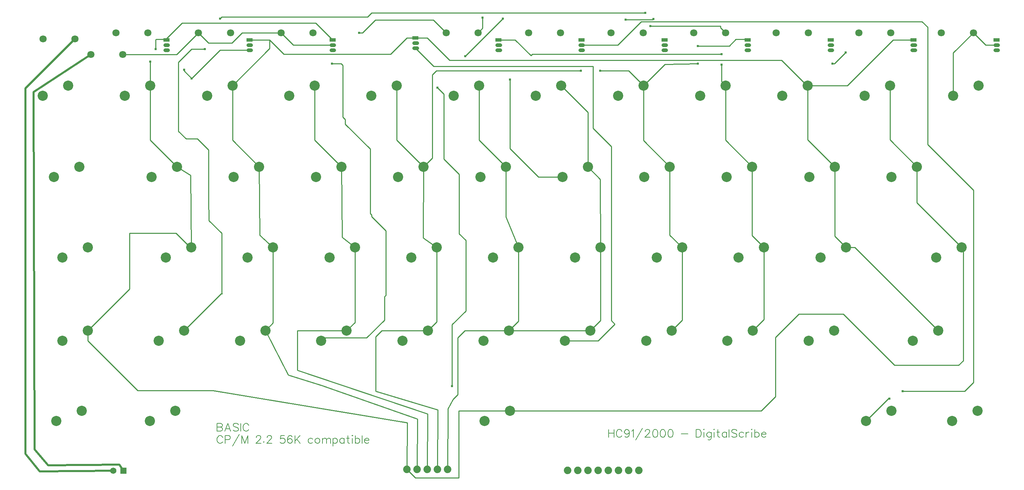
<source format=gtl>
G04 Layer: TopLayer*
G04 EasyEDA v6.4.5, 2020-09-13T21:27:01+03:00*
G04 63316e0368094ceea4197b1f53c500b6,10*
G04 Gerber Generator version 0.2*
G04 Scale: 100 percent, Rotated: No, Reflected: No *
G04 Dimensions in millimeters *
G04 leading zeros omitted , absolute positions ,3 integer and 3 decimal *
%FSLAX33Y33*%
%MOMM*%
G90*
G71D02*

%ADD10C,0.254000*%
%ADD11C,0.499999*%
%ADD12C,0.203200*%
%ADD13C,0.609600*%
%ADD14C,2.540000*%
%ADD15C,1.879600*%
%ADD16R,1.574800X1.574800*%
%ADD17C,1.574800*%
%ADD18R,1.599997X0.899998*%
%ADD19C,1.799996*%
%ADD20C,0.899998*%

%LPD*%
G54D10*
G01X205232Y106680D02*
G01X205740Y106680D01*
G01X208534Y109474D01*
G01X108725Y114427D02*
G01X105550Y117602D01*
G01X91059Y117602D01*
G01X87884Y114427D01*
G01X86995Y114427D01*
G01X158013Y101219D02*
G01X163347Y106553D01*
G01X171577Y106680D01*
G01X184023Y112648D02*
G01X183895Y112776D01*
G01X181102Y112776D01*
G01X179451Y111125D01*
G01X171577Y111125D01*
G01X116725Y114427D02*
G01X117856Y115557D01*
G01X117856Y118237D01*
G54D11*
G01X28194Y4826D02*
G01X27178Y6350D01*
G01X9398Y6223D01*
G01X5969Y10160D01*
G01X5715Y99568D01*
G01X20002Y108966D01*
G54D10*
G01X237489Y60706D02*
G01X237871Y60324D01*
G01X237871Y32385D01*
G01X236728Y31242D01*
G01X220726Y31242D01*
G01X207899Y44069D01*
G01X196850Y44069D01*
G01X191008Y38227D01*
G01X191008Y23368D01*
G01X187452Y19812D01*
G01X124714Y19812D01*
G01X19304Y39878D02*
G01X19304Y37338D01*
G01X31750Y24892D01*
G01X50546Y24892D01*
G01X99060Y16891D01*
G01X98933Y5207D01*
G01X63595Y39878D02*
G01X69342Y28829D01*
G01X77724Y26162D01*
G01X101600Y17780D01*
G01X101473Y5207D01*
G01X83883Y39878D02*
G01X71628Y39878D01*
G01X71628Y29972D01*
G01X104140Y19050D01*
G01X104013Y5207D01*
G01X104173Y39878D02*
G01X92710Y39878D01*
G01X91186Y38354D01*
G01X91186Y24765D01*
G01X106680Y20066D01*
G01X106553Y5207D01*
G01X124460Y39878D02*
G01X113411Y39878D01*
G01X111633Y38100D01*
G01X111633Y23876D01*
G01X110490Y22733D01*
G01X109220Y20320D01*
G01X109093Y5207D01*
G01X98933Y5207D02*
G01X101092Y3048D01*
G01X111887Y3048D01*
G01X111887Y19812D01*
G01X124714Y19812D01*
G54D11*
G01X16065Y112903D02*
G01X3683Y100520D01*
G01X3683Y9072D01*
G01X7239Y4699D01*
G01X25654Y4826D01*
G54D10*
G01X38938Y112648D02*
G01X38811Y112776D01*
G01X36322Y112776D01*
G01X36195Y112649D01*
G01X36195Y110363D01*
G01X124714Y102723D02*
G01X124714Y85471D01*
G01X131826Y78359D01*
G01X137837Y78359D01*
G01X106553Y100711D02*
G01X108204Y99060D01*
G01X108204Y82804D01*
G01X112014Y78994D01*
G01X112014Y64135D01*
G01X113665Y62484D01*
G01X113665Y44831D01*
G01X110236Y41402D01*
G01X110236Y26035D01*
G01X122936Y117983D02*
G01X113538Y108585D01*
G01X113538Y108458D01*
G01X178562Y114427D02*
G01X177292Y115697D01*
G01X177292Y116078D01*
G01X159698Y116078D01*
G01X52324Y117983D02*
G01X52705Y118364D01*
G01X89154Y118364D01*
G01X90170Y119380D01*
G01X158496Y119380D01*
G01X43307Y39878D02*
G01X52578Y49149D01*
G01X52832Y49149D01*
G01X52705Y49276D01*
G01X52705Y64262D01*
G01X49530Y67437D01*
G01X49530Y70104D01*
G01X49403Y70231D01*
G01X49403Y85090D01*
G01X46609Y87884D01*
G01X43815Y87884D01*
G01X41910Y89789D01*
G01X41910Y107061D01*
G01X45212Y110363D01*
G01X48514Y110363D01*
G01X77533Y37338D02*
G01X78295Y38100D01*
G01X88900Y38100D01*
G01X93345Y42545D01*
G01X93345Y48387D01*
G01X93726Y48768D01*
G01X93726Y64897D01*
G01X90170Y68453D01*
G01X90170Y68834D01*
G01X89789Y69215D01*
G01X89789Y85344D01*
G01X83566Y91567D01*
G01X83566Y92710D01*
G01X82931Y93345D01*
G01X82931Y106299D01*
G01X82550Y106680D01*
G01X80264Y106680D01*
G01X160528Y117856D02*
G01X160401Y117729D01*
G01X153543Y117729D01*
G01X158013Y101219D02*
G01X154330Y104902D01*
G01X147066Y104902D01*
G01X103124Y80899D02*
G01X105283Y83058D01*
G01X105283Y103886D01*
G01X106299Y104902D01*
G01X142367Y104902D01*
G01X213614Y17272D02*
G01X219202Y22860D01*
G01X219456Y22860D01*
G01X142570Y111379D02*
G01X151638Y111379D01*
G01X157480Y117221D01*
G01X227584Y117221D01*
G01X228981Y115824D01*
G01X228981Y86487D01*
G01X240411Y75057D01*
G01X240411Y26924D01*
G01X238252Y24765D01*
G01X222758Y24765D01*
G01X178536Y101219D02*
G01X177546Y102209D01*
G01X177546Y106426D01*
G01X121843Y112649D02*
G01X125984Y112649D01*
G01X129921Y108712D01*
G01X130302Y109093D01*
G01X177546Y109093D01*
G01X101092Y113157D02*
G01X104013Y113157D01*
G01X109601Y107569D01*
G01X192532Y107569D01*
G01X198882Y101219D01*
G01X199059Y101219D01*
G01X225475Y112648D02*
G01X220344Y112648D01*
G01X208915Y101219D01*
G01X199059Y101219D01*
G01X240397Y114427D02*
G01X243445Y111378D01*
G01X246202Y111378D01*
G01X240397Y114427D02*
G01X235331Y109360D01*
G01X235331Y98679D01*
G01X138398Y37338D02*
G01X146685Y37338D01*
G01X150876Y41529D01*
G01X149987Y42418D01*
G01X149987Y85979D01*
G01X145415Y90551D01*
G01X145415Y106045D01*
G01X105664Y106045D01*
G01X101092Y110617D01*
G01X46888Y114427D02*
G01X49428Y111887D01*
G01X55245Y111887D01*
G01X57785Y114427D01*
G01X67501Y114427D01*
G01X67501Y114427D02*
G01X70549Y111379D01*
G01X80391Y111379D01*
G01X55397Y101219D02*
G01X64643Y110464D01*
G01X64643Y112648D01*
G01X59664Y112648D02*
G01X64643Y112648D01*
G01X68199Y109093D01*
G01X94869Y109093D01*
G01X98933Y113157D01*
G01X101092Y113157D01*
G01X38938Y112648D02*
G01X38938Y112979D01*
G01X42799Y116840D01*
G01X76200Y116840D01*
G01X80391Y112649D01*
G01X45212Y102997D02*
G01X52323Y110108D01*
G01X59664Y110108D01*
G01X43307Y105156D02*
G01X43307Y104902D01*
G01X45212Y102997D01*
G01X34874Y101219D02*
G01X34874Y107315D01*
G01X28002Y108966D02*
G01X41427Y108966D01*
G01X46888Y114427D01*
G01X41529Y80899D02*
G01X44958Y78740D01*
G01X45085Y60706D01*
G01X62060Y80899D02*
G01X62230Y63754D01*
G01X65517Y60706D01*
G01X82592Y80899D02*
G01X82804Y63246D01*
G01X85950Y60706D01*
G01X103124Y80899D02*
G01X102997Y63119D01*
G01X106382Y60706D01*
G01X147249Y60706D02*
G01X147193Y77724D01*
G01X144187Y80899D01*
G01X123655Y80899D02*
G01X123655Y68312D01*
G01X126816Y60706D01*
G01X226314Y80899D02*
G01X226314Y71881D01*
G01X237489Y60706D01*
G01X219583Y101219D02*
G01X219583Y87630D01*
G01X226314Y80899D01*
G01X208548Y60706D02*
G01X210820Y60706D01*
G01X231648Y39878D01*
G01X205782Y80899D02*
G01X205782Y63471D01*
G01X208548Y60706D01*
G01X199059Y101219D02*
G01X199059Y87621D01*
G01X205782Y80899D01*
G01X188115Y60706D02*
G01X188115Y42668D01*
G01X185324Y39878D01*
G01X185166Y80899D02*
G01X185166Y63655D01*
G01X188115Y60706D01*
G01X178536Y101219D02*
G01X178536Y87528D01*
G01X185166Y80899D01*
G01X167682Y60706D02*
G01X167682Y42523D01*
G01X165036Y39878D01*
G01X164591Y80899D02*
G01X164591Y63796D01*
G01X167682Y60706D01*
G01X158013Y101219D02*
G01X158013Y87477D01*
G01X164591Y80899D01*
G01X144187Y80899D02*
G01X144187Y94521D01*
G01X137490Y101219D01*
G01X144748Y39878D02*
G01X147249Y42379D01*
G01X147249Y60706D01*
G01X124460Y39878D02*
G01X144748Y39878D01*
G01X126816Y60706D02*
G01X126816Y42234D01*
G01X124460Y39878D01*
G01X116967Y101219D02*
G01X116967Y87587D01*
G01X123655Y80899D01*
G01X106383Y60706D02*
G01X106383Y42089D01*
G01X104171Y39878D01*
G01X96443Y101219D02*
G01X96443Y87579D01*
G01X103124Y80899D01*
G01X85950Y60706D02*
G01X85950Y41945D01*
G01X83883Y39878D01*
G01X75920Y101219D02*
G01X75920Y87570D01*
G01X82592Y80899D01*
G01X65517Y60706D02*
G01X65517Y41800D01*
G01X63595Y39878D01*
G01X55397Y101219D02*
G01X55397Y87562D01*
G01X62060Y80899D01*
G01X45085Y60706D02*
G01X44831Y60706D01*
G01X41275Y64262D01*
G01X29718Y64262D01*
G01X29718Y50292D01*
G01X19304Y39878D01*
G01X34874Y101219D02*
G01X34874Y87553D01*
G01X41529Y80899D01*
G54D12*
G01X51562Y16654D02*
G01X51562Y14716D01*
G01X51562Y16654D02*
G01X52392Y16654D01*
G01X52669Y16563D01*
G01X52763Y16471D01*
G01X52854Y16286D01*
G01X52854Y16101D01*
G01X52763Y15915D01*
G01X52669Y15824D01*
G01X52392Y15732D01*
G01X51562Y15732D02*
G01X52392Y15732D01*
G01X52669Y15638D01*
G01X52763Y15547D01*
G01X52854Y15361D01*
G01X52854Y15085D01*
G01X52763Y14899D01*
G01X52669Y14808D01*
G01X52392Y14716D01*
G01X51562Y14716D01*
G01X54203Y16654D02*
G01X53464Y14716D01*
G01X54203Y16654D02*
G01X54942Y14716D01*
G01X53741Y15361D02*
G01X54665Y15361D01*
G01X56845Y16377D02*
G01X56659Y16563D01*
G01X56382Y16654D01*
G01X56014Y16654D01*
G01X55737Y16563D01*
G01X55552Y16377D01*
G01X55552Y16192D01*
G01X55643Y16009D01*
G01X55737Y15915D01*
G01X55920Y15824D01*
G01X56476Y15638D01*
G01X56659Y15547D01*
G01X56753Y15455D01*
G01X56845Y15270D01*
G01X56845Y14993D01*
G01X56659Y14808D01*
G01X56382Y14716D01*
G01X56014Y14716D01*
G01X55737Y14808D01*
G01X55552Y14993D01*
G01X57454Y16654D02*
G01X57454Y14716D01*
G01X59448Y16192D02*
G01X59357Y16377D01*
G01X59171Y16563D01*
G01X58988Y16654D01*
G01X58618Y16654D01*
G01X58432Y16563D01*
G01X58249Y16377D01*
G01X58155Y16192D01*
G01X58064Y15915D01*
G01X58064Y15455D01*
G01X58155Y15176D01*
G01X58249Y14993D01*
G01X58432Y14808D01*
G01X58618Y14716D01*
G01X58988Y14716D01*
G01X59171Y14808D01*
G01X59357Y14993D01*
G01X59448Y15176D01*
G01X52946Y13144D02*
G01X52854Y13329D01*
G01X52669Y13515D01*
G01X52486Y13606D01*
G01X52115Y13606D01*
G01X51930Y13515D01*
G01X51747Y13329D01*
G01X51653Y13144D01*
G01X51562Y12867D01*
G01X51562Y12407D01*
G01X51653Y12128D01*
G01X51747Y11945D01*
G01X51930Y11760D01*
G01X52115Y11668D01*
G01X52486Y11668D01*
G01X52669Y11760D01*
G01X52854Y11945D01*
G01X52946Y12128D01*
G01X53555Y13606D02*
G01X53555Y11668D01*
G01X53555Y13606D02*
G01X54389Y13606D01*
G01X54665Y13515D01*
G01X54757Y13423D01*
G01X54851Y13238D01*
G01X54851Y12961D01*
G01X54757Y12776D01*
G01X54665Y12684D01*
G01X54389Y12590D01*
G01X53555Y12590D01*
G01X57122Y13977D02*
G01X55460Y11021D01*
G01X57731Y13606D02*
G01X57731Y11668D01*
G01X57731Y13606D02*
G01X58470Y11668D01*
G01X59209Y13606D02*
G01X58470Y11668D01*
G01X59209Y13606D02*
G01X59209Y11668D01*
G01X61333Y13144D02*
G01X61333Y13238D01*
G01X61427Y13423D01*
G01X61518Y13515D01*
G01X61704Y13606D01*
G01X62072Y13606D01*
G01X62257Y13515D01*
G01X62349Y13423D01*
G01X62443Y13238D01*
G01X62443Y13053D01*
G01X62349Y12867D01*
G01X62166Y12590D01*
G01X61241Y11668D01*
G01X62534Y11668D01*
G01X63235Y12128D02*
G01X63144Y12037D01*
G01X63235Y11945D01*
G01X63329Y12037D01*
G01X63235Y12128D01*
G01X64030Y13144D02*
G01X64030Y13238D01*
G01X64122Y13423D01*
G01X64216Y13515D01*
G01X64401Y13606D01*
G01X64770Y13606D01*
G01X64955Y13515D01*
G01X65046Y13423D01*
G01X65138Y13238D01*
G01X65138Y13053D01*
G01X65046Y12867D01*
G01X64861Y12590D01*
G01X63939Y11668D01*
G01X65232Y11668D01*
G01X68371Y13606D02*
G01X67449Y13606D01*
G01X67355Y12776D01*
G01X67449Y12867D01*
G01X67726Y12961D01*
G01X68003Y12961D01*
G01X68280Y12867D01*
G01X68465Y12684D01*
G01X68557Y12407D01*
G01X68557Y12222D01*
G01X68465Y11945D01*
G01X68280Y11760D01*
G01X68003Y11668D01*
G01X67726Y11668D01*
G01X67449Y11760D01*
G01X67355Y11851D01*
G01X67264Y12037D01*
G01X70274Y13329D02*
G01X70182Y13515D01*
G01X69905Y13606D01*
G01X69720Y13606D01*
G01X69443Y13515D01*
G01X69258Y13238D01*
G01X69166Y12776D01*
G01X69166Y12313D01*
G01X69258Y11945D01*
G01X69443Y11760D01*
G01X69720Y11668D01*
G01X69811Y11668D01*
G01X70091Y11760D01*
G01X70274Y11945D01*
G01X70368Y12222D01*
G01X70368Y12313D01*
G01X70274Y12590D01*
G01X70091Y12776D01*
G01X69811Y12867D01*
G01X69720Y12867D01*
G01X69443Y12776D01*
G01X69258Y12590D01*
G01X69166Y12313D01*
G01X70977Y13606D02*
G01X70977Y11668D01*
G01X72270Y13606D02*
G01X70977Y12313D01*
G01X71437Y12776D02*
G01X72270Y11668D01*
G01X75410Y12684D02*
G01X75224Y12867D01*
G01X75041Y12961D01*
G01X74764Y12961D01*
G01X74579Y12867D01*
G01X74394Y12684D01*
G01X74302Y12407D01*
G01X74302Y12222D01*
G01X74394Y11945D01*
G01X74579Y11760D01*
G01X74764Y11668D01*
G01X75041Y11668D01*
G01X75224Y11760D01*
G01X75410Y11945D01*
G01X76481Y12961D02*
G01X76296Y12867D01*
G01X76111Y12684D01*
G01X76019Y12407D01*
G01X76019Y12222D01*
G01X76111Y11945D01*
G01X76296Y11760D01*
G01X76481Y11668D01*
G01X76758Y11668D01*
G01X76944Y11760D01*
G01X77127Y11945D01*
G01X77221Y12222D01*
G01X77221Y12407D01*
G01X77127Y12684D01*
G01X76944Y12867D01*
G01X76758Y12961D01*
G01X76481Y12961D01*
G01X77830Y12961D02*
G01X77830Y11668D01*
G01X77830Y12590D02*
G01X78107Y12867D01*
G01X78292Y12961D01*
G01X78569Y12961D01*
G01X78752Y12867D01*
G01X78846Y12590D01*
G01X78846Y11668D01*
G01X78846Y12590D02*
G01X79123Y12867D01*
G01X79308Y12961D01*
G01X79585Y12961D01*
G01X79768Y12867D01*
G01X79862Y12590D01*
G01X79862Y11668D01*
G01X80472Y12961D02*
G01X80472Y11021D01*
G01X80472Y12684D02*
G01X80657Y12867D01*
G01X80840Y12961D01*
G01X81117Y12961D01*
G01X81302Y12867D01*
G01X81488Y12684D01*
G01X81579Y12407D01*
G01X81579Y12222D01*
G01X81488Y11945D01*
G01X81302Y11760D01*
G01X81117Y11668D01*
G01X80840Y11668D01*
G01X80657Y11760D01*
G01X80472Y11945D01*
G01X83299Y12961D02*
G01X83299Y11668D01*
G01X83299Y12684D02*
G01X83113Y12867D01*
G01X82928Y12961D01*
G01X82651Y12961D01*
G01X82466Y12867D01*
G01X82283Y12684D01*
G01X82189Y12407D01*
G01X82189Y12222D01*
G01X82283Y11945D01*
G01X82466Y11760D01*
G01X82651Y11668D01*
G01X82928Y11668D01*
G01X83113Y11760D01*
G01X83299Y11945D01*
G01X84185Y13606D02*
G01X84185Y12037D01*
G01X84277Y11760D01*
G01X84462Y11668D01*
G01X84645Y11668D01*
G01X83908Y12961D02*
G01X84554Y12961D01*
G01X85255Y13606D02*
G01X85349Y13515D01*
G01X85440Y13606D01*
G01X85349Y13700D01*
G01X85255Y13606D01*
G01X85349Y12961D02*
G01X85349Y11668D01*
G01X86050Y13606D02*
G01X86050Y11668D01*
G01X86050Y12684D02*
G01X86235Y12867D01*
G01X86420Y12961D01*
G01X86697Y12961D01*
G01X86880Y12867D01*
G01X87066Y12684D01*
G01X87160Y12407D01*
G01X87160Y12222D01*
G01X87066Y11945D01*
G01X86880Y11760D01*
G01X86697Y11668D01*
G01X86420Y11668D01*
G01X86235Y11760D01*
G01X86050Y11945D01*
G01X87769Y13606D02*
G01X87769Y11668D01*
G01X88379Y12407D02*
G01X89486Y12407D01*
G01X89486Y12590D01*
G01X89395Y12776D01*
G01X89301Y12867D01*
G01X89115Y12961D01*
G01X88839Y12961D01*
G01X88656Y12867D01*
G01X88470Y12684D01*
G01X88379Y12407D01*
G01X88379Y12222D01*
G01X88470Y11945D01*
G01X88656Y11760D01*
G01X88839Y11668D01*
G01X89115Y11668D01*
G01X89301Y11760D01*
G01X89486Y11945D01*
G01X149352Y15130D02*
G01X149352Y13192D01*
G01X150644Y15130D02*
G01X150644Y13192D01*
G01X149352Y14208D02*
G01X150644Y14208D01*
G01X152641Y14668D02*
G01X152547Y14853D01*
G01X152361Y15039D01*
G01X152179Y15130D01*
G01X151808Y15130D01*
G01X151625Y15039D01*
G01X151439Y14853D01*
G01X151345Y14668D01*
G01X151254Y14391D01*
G01X151254Y13931D01*
G01X151345Y13652D01*
G01X151439Y13469D01*
G01X151625Y13284D01*
G01X151808Y13192D01*
G01X152179Y13192D01*
G01X152361Y13284D01*
G01X152547Y13469D01*
G01X152641Y13652D01*
G01X154449Y14485D02*
G01X154358Y14208D01*
G01X154172Y14023D01*
G01X153896Y13931D01*
G01X153804Y13931D01*
G01X153527Y14023D01*
G01X153342Y14208D01*
G01X153250Y14485D01*
G01X153250Y14577D01*
G01X153342Y14853D01*
G01X153527Y15039D01*
G01X153804Y15130D01*
G01X153896Y15130D01*
G01X154172Y15039D01*
G01X154358Y14853D01*
G01X154449Y14485D01*
G01X154449Y14023D01*
G01X154358Y13561D01*
G01X154172Y13284D01*
G01X153896Y13192D01*
G01X153710Y13192D01*
G01X153433Y13284D01*
G01X153342Y13469D01*
G01X155059Y14762D02*
G01X155244Y14853D01*
G01X155521Y15130D01*
G01X155521Y13192D01*
G01X157794Y15501D02*
G01X156131Y12545D01*
G01X158496Y14668D02*
G01X158496Y14762D01*
G01X158587Y14947D01*
G01X158681Y15039D01*
G01X158864Y15130D01*
G01X159235Y15130D01*
G01X159420Y15039D01*
G01X159512Y14947D01*
G01X159603Y14762D01*
G01X159603Y14577D01*
G01X159512Y14391D01*
G01X159326Y14114D01*
G01X158404Y13192D01*
G01X159697Y13192D01*
G01X160860Y15130D02*
G01X160583Y15039D01*
G01X160398Y14762D01*
G01X160307Y14300D01*
G01X160307Y14023D01*
G01X160398Y13561D01*
G01X160583Y13284D01*
G01X160860Y13192D01*
G01X161046Y13192D01*
G01X161323Y13284D01*
G01X161505Y13561D01*
G01X161599Y14023D01*
G01X161599Y14300D01*
G01X161505Y14762D01*
G01X161323Y15039D01*
G01X161046Y15130D01*
G01X160860Y15130D01*
G01X162763Y15130D02*
G01X162486Y15039D01*
G01X162300Y14762D01*
G01X162209Y14300D01*
G01X162209Y14023D01*
G01X162300Y13561D01*
G01X162486Y13284D01*
G01X162763Y13192D01*
G01X162948Y13192D01*
G01X163225Y13284D01*
G01X163410Y13561D01*
G01X163502Y14023D01*
G01X163502Y14300D01*
G01X163410Y14762D01*
G01X163225Y15039D01*
G01X162948Y15130D01*
G01X162763Y15130D01*
G01X164665Y15130D02*
G01X164388Y15039D01*
G01X164203Y14762D01*
G01X164111Y14300D01*
G01X164111Y14023D01*
G01X164203Y13561D01*
G01X164388Y13284D01*
G01X164665Y13192D01*
G01X164851Y13192D01*
G01X165127Y13284D01*
G01X165313Y13561D01*
G01X165404Y14023D01*
G01X165404Y14300D01*
G01X165313Y14762D01*
G01X165127Y15039D01*
G01X164851Y15130D01*
G01X164665Y15130D01*
G01X167436Y14023D02*
G01X169100Y14023D01*
G01X171132Y15130D02*
G01X171132Y13192D01*
G01X171132Y15130D02*
G01X171777Y15130D01*
G01X172054Y15039D01*
G01X172239Y14853D01*
G01X172331Y14668D01*
G01X172425Y14391D01*
G01X172425Y13931D01*
G01X172331Y13652D01*
G01X172239Y13469D01*
G01X172054Y13284D01*
G01X171777Y13192D01*
G01X171132Y13192D01*
G01X173034Y15130D02*
G01X173126Y15039D01*
G01X173217Y15130D01*
G01X173126Y15224D01*
G01X173034Y15130D01*
G01X173126Y14485D02*
G01X173126Y13192D01*
G01X174937Y14485D02*
G01X174937Y13007D01*
G01X174843Y12730D01*
G01X174752Y12636D01*
G01X174566Y12545D01*
G01X174289Y12545D01*
G01X174104Y12636D01*
G01X174937Y14208D02*
G01X174752Y14391D01*
G01X174566Y14485D01*
G01X174289Y14485D01*
G01X174104Y14391D01*
G01X173921Y14208D01*
G01X173827Y13931D01*
G01X173827Y13746D01*
G01X173921Y13469D01*
G01X174104Y13284D01*
G01X174289Y13192D01*
G01X174566Y13192D01*
G01X174752Y13284D01*
G01X174937Y13469D01*
G01X175547Y15130D02*
G01X175638Y15039D01*
G01X175729Y15130D01*
G01X175638Y15224D01*
G01X175547Y15130D01*
G01X175638Y14485D02*
G01X175638Y13192D01*
G01X176618Y15130D02*
G01X176618Y13561D01*
G01X176710Y13284D01*
G01X176895Y13192D01*
G01X177078Y13192D01*
G01X176339Y14485D02*
G01X176987Y14485D01*
G01X178798Y14485D02*
G01X178798Y13192D01*
G01X178798Y14208D02*
G01X178612Y14391D01*
G01X178427Y14485D01*
G01X178150Y14485D01*
G01X177965Y14391D01*
G01X177782Y14208D01*
G01X177688Y13931D01*
G01X177688Y13746D01*
G01X177782Y13469D01*
G01X177965Y13284D01*
G01X178150Y13192D01*
G01X178427Y13192D01*
G01X178612Y13284D01*
G01X178798Y13469D01*
G01X179407Y15130D02*
G01X179407Y13192D01*
G01X181310Y14853D02*
G01X181124Y15039D01*
G01X180848Y15130D01*
G01X180479Y15130D01*
G01X180200Y15039D01*
G01X180017Y14853D01*
G01X180017Y14668D01*
G01X180108Y14485D01*
G01X180200Y14391D01*
G01X180385Y14300D01*
G01X180939Y14114D01*
G01X181124Y14023D01*
G01X181216Y13931D01*
G01X181310Y13746D01*
G01X181310Y13469D01*
G01X181124Y13284D01*
G01X180848Y13192D01*
G01X180479Y13192D01*
G01X180200Y13284D01*
G01X180017Y13469D01*
G01X183027Y14208D02*
G01X182841Y14391D01*
G01X182659Y14485D01*
G01X182382Y14485D01*
G01X182196Y14391D01*
G01X182011Y14208D01*
G01X181919Y13931D01*
G01X181919Y13746D01*
G01X182011Y13469D01*
G01X182196Y13284D01*
G01X182382Y13192D01*
G01X182659Y13192D01*
G01X182841Y13284D01*
G01X183027Y13469D01*
G01X183636Y14485D02*
G01X183636Y13192D01*
G01X183636Y13931D02*
G01X183730Y14208D01*
G01X183913Y14391D01*
G01X184099Y14485D01*
G01X184376Y14485D01*
G01X184985Y15130D02*
G01X185077Y15039D01*
G01X185171Y15130D01*
G01X185077Y15224D01*
G01X184985Y15130D01*
G01X185077Y14485D02*
G01X185077Y13192D01*
G01X185780Y15130D02*
G01X185780Y13192D01*
G01X185780Y14208D02*
G01X185966Y14391D01*
G01X186148Y14485D01*
G01X186425Y14485D01*
G01X186611Y14391D01*
G01X186796Y14208D01*
G01X186888Y13931D01*
G01X186888Y13746D01*
G01X186796Y13469D01*
G01X186611Y13284D01*
G01X186425Y13192D01*
G01X186148Y13192D01*
G01X185966Y13284D01*
G01X185780Y13469D01*
G01X187497Y13931D02*
G01X188607Y13931D01*
G01X188607Y14114D01*
G01X188513Y14300D01*
G01X188422Y14391D01*
G01X188236Y14485D01*
G01X187960Y14485D01*
G01X187774Y14391D01*
G01X187591Y14208D01*
G01X187497Y13931D01*
G01X187497Y13746D01*
G01X187591Y13469D01*
G01X187774Y13284D01*
G01X187960Y13192D01*
G01X188236Y13192D01*
G01X188422Y13284D01*
G01X188607Y13469D01*
G54D14*
G01X28524Y98679D03*
G01X34874Y101219D03*
G01X49047Y98679D03*
G01X55397Y101219D03*
G01X69570Y98679D03*
G01X75920Y101219D03*
G01X90093Y98679D03*
G01X96443Y101219D03*
G01X110617Y98679D03*
G01X116967Y101219D03*
G01X131140Y98679D03*
G01X137490Y101219D03*
G01X151663Y98679D03*
G01X158013Y101219D03*
G01X172186Y98679D03*
G01X178536Y101219D03*
G01X192709Y98679D03*
G01X199059Y101219D03*
G54D15*
G01X139065Y4953D03*
G01X141605Y4953D03*
G01X144145Y4953D03*
G01X146685Y4953D03*
G01X149225Y4953D03*
G01X151765Y4953D03*
G01X154305Y4953D03*
G01X156845Y4953D03*
G01X98933Y5207D03*
G01X101473Y5207D03*
G01X104013Y5207D03*
G01X106553Y5207D03*
G01X109093Y5207D03*
G54D14*
G01X35179Y78359D03*
G01X41529Y80899D03*
G01X38735Y58166D03*
G01X45085Y60706D03*
G01X12954Y37338D03*
G01X19304Y39878D03*
G01X57245Y37338D03*
G01X63595Y39878D03*
G01X59167Y58166D03*
G01X65517Y60706D03*
G01X55710Y78359D03*
G01X62060Y80899D03*
G01X77533Y37338D03*
G01X83883Y39878D03*
G01X79600Y58166D03*
G01X85950Y60706D03*
G01X76242Y78359D03*
G01X82592Y80899D03*
G01X97821Y37338D03*
G01X104171Y39878D03*
G01X100033Y58166D03*
G01X106383Y60706D03*
G01X96774Y78359D03*
G01X103124Y80899D03*
G01X118110Y37338D03*
G01X124460Y39878D03*
G01X120466Y58166D03*
G01X126816Y60706D03*
G01X117305Y78359D03*
G01X123655Y80899D03*
G01X138398Y37338D03*
G01X144748Y39878D03*
G01X140899Y58166D03*
G01X147249Y60706D03*
G01X137837Y78359D03*
G01X144187Y80899D03*
G01X158686Y37338D03*
G01X165036Y39878D03*
G01X161332Y58166D03*
G01X167682Y60706D03*
G01X158241Y78359D03*
G01X164591Y80899D03*
G01X178974Y37338D03*
G01X185324Y39878D03*
G01X181765Y58166D03*
G01X188115Y60706D03*
G01X178816Y78359D03*
G01X185166Y80899D03*
G01X225298Y37338D03*
G01X231648Y39878D03*
G01X202198Y58166D03*
G01X208548Y60706D03*
G01X199432Y78359D03*
G01X205782Y80899D03*
G01X118364Y17272D03*
G01X124714Y19812D03*
G01X231139Y58166D03*
G01X237489Y60706D03*
G01X219964Y78359D03*
G01X226314Y80899D03*
G54D16*
G01X28194Y4826D03*
G54D17*
G01X25654Y4826D03*
G54D14*
G01X8001Y98679D03*
G01X14351Y101219D03*
G01X10795Y78359D03*
G01X17145Y80899D03*
G01X12954Y58166D03*
G01X19304Y60706D03*
G01X36957Y37338D03*
G01X43307Y39878D03*
G01X34798Y17272D03*
G01X41148Y19812D03*
G01X11430Y17272D03*
G01X17780Y19812D03*
G01X235077Y17272D03*
G01X241427Y19812D03*
G01X213614Y17272D03*
G01X219964Y19812D03*
G01X199263Y37338D03*
G01X205613Y39878D03*
G01X213233Y98679D03*
G01X219583Y101219D03*
G01X235331Y98679D03*
G01X241681Y101219D03*
G54D18*
G01X204749Y112648D03*
G01X101092Y113157D03*
G01X80391Y112649D03*
G01X246202Y112648D03*
G01X225475Y112648D03*
G01X121843Y112649D03*
G01X184023Y112648D03*
G01X163296Y112648D03*
G01X142570Y112648D03*
G01X59664Y112648D03*
G01X38938Y112648D03*
G54D19*
G01X116725Y114427D03*
G01X108725Y114427D03*
G01X34276Y114427D03*
G01X26276Y114427D03*
G01X240397Y114427D03*
G01X232397Y114427D03*
G01X219785Y114427D03*
G01X211785Y114427D03*
G01X75500Y114427D03*
G01X67501Y114427D03*
G01X54888Y114427D03*
G01X46888Y114427D03*
G01X137337Y114427D03*
G01X129337Y114427D03*
G01X157949Y114427D03*
G01X149949Y114427D03*
G01X178561Y114427D03*
G01X170561Y114427D03*
G01X199173Y114427D03*
G01X191173Y114427D03*
G01X16064Y112903D03*
G01X8065Y112903D03*
G01X28002Y108966D03*
G01X20003Y108966D03*
G54D13*
G01X36195Y110363D03*
G01X34874Y107170D03*
G01X124714Y102723D03*
G01X110236Y26035D03*
G01X106553Y100711D03*
G01X113538Y108585D03*
G01X122936Y117983D03*
G01X159698Y116078D03*
G01X158496Y119380D03*
G01X52324Y117983D03*
G01X48514Y110363D03*
G01X80264Y106680D03*
G01X205232Y106680D03*
G01X160528Y117856D03*
G01X153543Y117729D03*
G01X219456Y22860D03*
G01X222758Y24765D03*
G01X177546Y106426D03*
G01X177546Y109093D03*
G01X45212Y102997D03*
G01X43307Y105156D03*
G01X117856Y118237D03*
G01X171577Y111125D03*
G01X171577Y106680D03*
G01X86995Y114427D03*
G01X142367Y104902D03*
G01X147206Y104902D03*
G01X208534Y109474D03*
G54D20*
G01X205099Y111378D02*
G01X204399Y111378D01*
G01X205099Y110108D02*
G01X204399Y110108D01*
G01X101441Y111887D02*
G01X100741Y111887D01*
G01X101441Y110617D02*
G01X100741Y110617D01*
G01X80740Y111379D02*
G01X80040Y111379D01*
G01X80740Y110109D02*
G01X80040Y110109D01*
G01X246552Y111378D02*
G01X245852Y111378D01*
G01X246552Y110108D02*
G01X245852Y110108D01*
G01X225825Y111378D02*
G01X225125Y111378D01*
G01X225825Y110108D02*
G01X225125Y110108D01*
G01X122193Y111379D02*
G01X121493Y111379D01*
G01X122193Y110109D02*
G01X121493Y110109D01*
G01X184372Y111378D02*
G01X183672Y111378D01*
G01X184372Y110108D02*
G01X183672Y110108D01*
G01X163646Y111378D02*
G01X162946Y111378D01*
G01X163646Y110108D02*
G01X162946Y110108D01*
G01X142920Y111378D02*
G01X142220Y111378D01*
G01X142920Y110108D02*
G01X142220Y110108D01*
G01X60014Y111378D02*
G01X59314Y111378D01*
G01X60014Y110108D02*
G01X59314Y110108D01*
G01X39288Y111378D02*
G01X38588Y111378D01*
G01X39288Y110108D02*
G01X38588Y110108D01*
M00*
M02*

</source>
